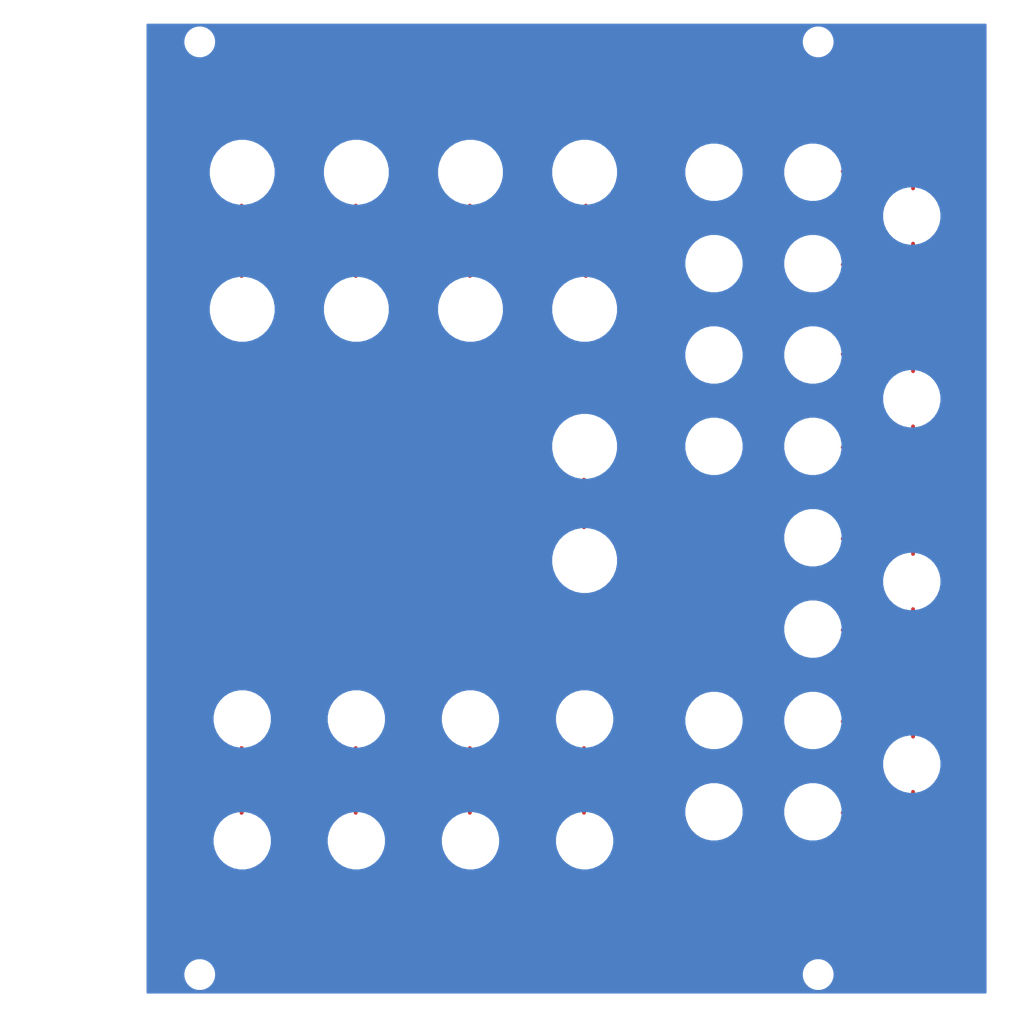
<source format=kicad_pcb>
(kicad_pcb (version 20171130) (host pcbnew 5.1.9+dfsg1-1~bpo10+1)

  (general
    (thickness 1.6)
    (drawings 167)
    (tracks 0)
    (zones 0)
    (modules 0)
    (nets 1)
  )

  (page A4)
  (layers
    (0 F.Cu signal)
    (31 B.Cu signal)
    (32 B.Adhes user)
    (33 F.Adhes user)
    (34 B.Paste user)
    (35 F.Paste user)
    (36 B.SilkS user)
    (37 F.SilkS user)
    (38 B.Mask user)
    (39 F.Mask user)
    (40 Dwgs.User user)
    (41 Cmts.User user)
    (42 Eco1.User user)
    (43 Eco2.User user)
    (44 Edge.Cuts user)
    (45 Margin user)
    (46 B.CrtYd user)
    (47 F.CrtYd user)
    (48 B.Fab user)
    (49 F.Fab user)
  )

  (setup
    (last_trace_width 0.25)
    (trace_clearance 0.2)
    (zone_clearance 0.508)
    (zone_45_only no)
    (trace_min 0.2)
    (via_size 0.8)
    (via_drill 0.4)
    (via_min_size 0.4)
    (via_min_drill 0.3)
    (uvia_size 0.3)
    (uvia_drill 0.1)
    (uvias_allowed no)
    (uvia_min_size 0.2)
    (uvia_min_drill 0.1)
    (edge_width 0.05)
    (segment_width 0.2)
    (pcb_text_width 0.3)
    (pcb_text_size 1.5 1.5)
    (mod_edge_width 0.12)
    (mod_text_size 1 1)
    (mod_text_width 0.15)
    (pad_size 1.524 1.524)
    (pad_drill 0.762)
    (pad_to_mask_clearance 0)
    (aux_axis_origin 0 0)
    (visible_elements FFFFFF7F)
    (pcbplotparams
      (layerselection 0x010fc_ffffffff)
      (usegerberextensions false)
      (usegerberattributes true)
      (usegerberadvancedattributes true)
      (creategerberjobfile true)
      (excludeedgelayer true)
      (linewidth 0.100000)
      (plotframeref false)
      (viasonmask false)
      (mode 1)
      (useauxorigin false)
      (hpglpennumber 1)
      (hpglpenspeed 20)
      (hpglpendiameter 15.000000)
      (psnegative false)
      (psa4output false)
      (plotreference true)
      (plotvalue true)
      (plotinvisibletext false)
      (padsonsilk false)
      (subtractmaskfromsilk false)
      (outputformat 1)
      (mirror false)
      (drillshape 1)
      (scaleselection 1)
      (outputdirectory ""))
  )

  (net 0 "")

  (net_class Default "This is the default net class."
    (clearance 0.2)
    (trace_width 0.25)
    (via_dia 0.8)
    (via_drill 0.4)
    (uvia_dia 0.3)
    (uvia_drill 0.1)
  )

  (gr_text XO106r5 (at 149.5 163.75) (layer F.Cu) (tstamp 60A189C7)
    (effects (font (size 1.5 1.5) (thickness 0.3)))
  )
  (gr_text XO106r5 (at 149.5 163.75) (layer F.Mask) (tstamp 60A189B6)
    (effects (font (size 1.5 1.5) (thickness 0.3)))
  )
  (gr_text 8 (at 141.75 144.75) (layer F.Mask) (tstamp 60A189AB)
    (effects (font (size 1.5 1.5) (thickness 0.3)))
  )
  (gr_text 7 (at 141.75 128.5) (layer F.Mask) (tstamp 60A1895D)
    (effects (font (size 1.5 1.5) (thickness 0.3)))
  )
  (gr_text "6\n" (at 141.75 120.75) (layer F.Mask) (tstamp 60A1894F)
    (effects (font (size 1.5 1.5) (thickness 0.3)))
  )
  (gr_text 5 (at 141.75 104.5) (layer F.Mask) (tstamp 60A1893E)
    (effects (font (size 1.5 1.5) (thickness 0.3)))
  )
  (gr_text "4\n" (at 141.75 96.5) (layer F.Mask) (tstamp 60A1890E)
    (effects (font (size 1.5 1.5) (thickness 0.3)))
  )
  (gr_text "3\n" (at 141.75 80.25) (layer F.Mask) (tstamp 60A1890B)
    (effects (font (size 1.5 1.5) (thickness 0.3)))
  )
  (gr_text 2 (at 141.75 72.75) (layer F.Mask) (tstamp 60A188F9)
    (effects (font (size 1.5 1.5) (thickness 0.3)))
  )
  (gr_text 1 (at 141.75 56.25) (layer F.Mask) (tstamp 60A188E6)
    (effects (font (size 1.5 1.5) (thickness 0.3)))
  )
  (gr_text 7+8 (at 153 136 90) (layer F.Mask) (tstamp 60A187DA)
    (effects (font (size 1.5 1.5) (thickness 0.3)))
  )
  (gr_text "5+6\n" (at 153 112 90) (layer F.Mask) (tstamp 60A187D6)
    (effects (font (size 1.5 1.5) (thickness 0.3)))
  )
  (gr_text 3+4 (at 153 88.25 90) (layer F.Mask) (tstamp 60A187A4)
    (effects (font (size 1.5 1.5) (thickness 0.3)))
  )
  (gr_text 1+2 (at 153 64.25 90) (layer F.Mask) (tstamp 60A1879F)
    (effects (font (size 1.5 1.5) (thickness 0.3)))
  )
  (gr_text 1 (at 113.25 58.5) (layer F.Mask) (tstamp 60A18768)
    (effects (font (size 1.5 1.5) (thickness 0.3)))
  )
  (gr_text "2\n" (at 113.25 70.25) (layer F.Mask) (tstamp 60A1874F)
    (effects (font (size 1.5 1.5) (thickness 0.3)))
  )
  (gr_text 3 (at 113.25 82.5) (layer F.Mask) (tstamp 60A1874B)
    (effects (font (size 1.5 1.5) (thickness 0.3)))
  )
  (gr_text 4 (at 113.25 94.5) (layer F.Mask) (tstamp 60A18748)
    (effects (font (size 1.5 1.5) (thickness 0.3)))
  )
  (gr_line (start 103.5 98.75) (end 103.5 105) (layer F.Cu) (width 0.5) (tstamp 60A18732))
  (gr_line (start 103.5 98.75) (end 103.5 105) (layer F.Mask) (width 0.5) (tstamp 60A18726))
  (gr_text "FILTER CUTOFF" (at 93.25 101.75 90) (layer F.Cu) (tstamp 60A1870A)
    (effects (font (size 1.5 1.5) (thickness 0.375)))
  )
  (gr_text "FILTER CUTOFF" (at 93.25 101.75 90) (layer F.Mask) (tstamp 60A186F4)
    (effects (font (size 1.5 1.5) (thickness 0.375)))
  )
  (gr_text FILTER (at 120.5 123) (layer F.Mask) (tstamp 60A186D4)
    (effects (font (size 1.5 1.5) (thickness 0.375)))
  )
  (gr_text OUT (at 113.75 142.5 90) (layer F.Mask) (tstamp 60A186AC)
    (effects (font (size 1.5 1.5) (thickness 0.375)))
  )
  (gr_text IN (at 113.75 130.25 90) (layer F.Mask) (tstamp 60A186A9)
    (effects (font (size 1.5 1.5) (thickness 0.375)))
  )
  (gr_text 4 (at 113.25 94.5) (layer F.Cu) (tstamp 60A18667)
    (effects (font (size 1.5 1.5) (thickness 0.3)))
  )
  (gr_text 3 (at 113.25 82.5) (layer F.Cu) (tstamp 60A1865B)
    (effects (font (size 1.5 1.5) (thickness 0.3)))
  )
  (gr_line (start 103.5 133.75) (end 103.5 142.25) (layer F.Mask) (width 0.5) (tstamp 60A1862D))
  (gr_line (start 88.5 134) (end 88.5 142.5) (layer F.Mask) (width 0.5) (tstamp 60A1862A))
  (gr_line (start 73.5 134) (end 73.5 142.5) (layer F.Mask) (width 0.5) (tstamp 60A18628))
  (gr_line (start 58.5 134) (end 58.5 142.5) (layer F.Mask) (width 0.5) (tstamp 60A1861F))
  (gr_line (start 58.5 134) (end 58.5 142.5) (layer F.Cu) (width 0.5) (tstamp 60A1861D))
  (gr_line (start 103.5 134) (end 103.5 142.5) (layer F.Cu) (width 0.5) (tstamp 60A18610))
  (gr_line (start 88.5 134) (end 88.5 142.5) (layer F.Cu) (width 0.5) (tstamp 60A1860A))
  (gr_line (start 73.5 134) (end 73.5 142.5) (layer F.Cu) (width 0.5) (tstamp 60A18602))
  (gr_line (start 58.5 134) (end 58.5 142.5) (layer F.Cu) (width 0.5))
  (gr_text FILTER (at 120.5 123) (layer F.Cu)
    (effects (font (size 1.5 1.5) (thickness 0.375)))
  )
  (gr_text OUT (at 113.75 142.5 90) (layer F.Cu) (tstamp 60A18590)
    (effects (font (size 1.5 1.5) (thickness 0.375)))
  )
  (gr_text IN (at 113.75 130.25 90) (layer F.Cu)
    (effects (font (size 1.5 1.5) (thickness 0.375)))
  )
  (gr_text 4 (at 103.75 156.25) (layer F.Cu) (tstamp 60A18521)
    (effects (font (size 3 3) (thickness 0.75)))
  )
  (gr_text "3\n" (at 88.75 156.25) (layer F.Cu) (tstamp 60A1851E)
    (effects (font (size 3 3) (thickness 0.75)))
  )
  (gr_text 2 (at 73.75 156.25) (layer F.Cu) (tstamp 60A1851B)
    (effects (font (size 3 3) (thickness 0.75)))
  )
  (gr_text "1\n" (at 58.75 156.25) (layer F.Cu) (tstamp 60A18516)
    (effects (font (size 3 3) (thickness 0.75)))
  )
  (gr_text "PW IN" (at 48.25 146.25 90) (layer F.Cu) (tstamp 60A184F5)
    (effects (font (size 2 2) (thickness 0.5)))
  )
  (gr_text "CV IN" (at 48.25 130.25 90) (layer F.Cu) (tstamp 60A184F2)
    (effects (font (size 2 2) (thickness 0.5)))
  )
  (gr_text "PW IN" (at 48.25 146.25 90) (layer F.Mask) (tstamp 60A184D2)
    (effects (font (size 2 2) (thickness 0.5)))
  )
  (gr_text "CV IN" (at 48.25 130.25 90) (layer F.Mask) (tstamp 60A184C4)
    (effects (font (size 2 2) (thickness 0.5)))
  )
  (gr_text 4 (at 103.75 156.25) (layer F.Mask) (tstamp 60A1849E)
    (effects (font (size 3 3) (thickness 0.75)))
  )
  (gr_text "3\n" (at 88.75 156.25) (layer F.Mask) (tstamp 60A18499)
    (effects (font (size 3 3) (thickness 0.75)))
  )
  (gr_text 2 (at 73.75 156.25) (layer F.Mask) (tstamp 60A18494)
    (effects (font (size 3 3) (thickness 0.75)))
  )
  (gr_text "1\n" (at 58.75 156.25) (layer F.Mask) (tstamp 60A18487)
    (effects (font (size 3 3) (thickness 0.75)))
  )
  (gr_text 4 (at 103.75 48.5) (layer F.Mask) (tstamp 60A18456)
    (effects (font (size 3 3) (thickness 0.75)))
  )
  (gr_text 3 (at 88.5 48.5) (layer F.Mask) (tstamp 60A183DF)
    (effects (font (size 3 3) (thickness 0.75)))
  )
  (gr_text 2 (at 73.5 48.5) (layer F.Mask) (tstamp 60A183D7)
    (effects (font (size 3 3) (thickness 0.75)))
  )
  (gr_text 1 (at 58.5 48.5) (layer F.Mask) (tstamp 60A183CD)
    (effects (font (size 3 3) (thickness 0.75)))
  )
  (gr_text 4 (at 103.75 48.5) (layer F.Cu) (tstamp 60A1839C)
    (effects (font (size 3 3) (thickness 0.75)))
  )
  (gr_text 3 (at 88.5 48.5) (layer F.Cu) (tstamp 60A18398)
    (effects (font (size 3 3) (thickness 0.75)))
  )
  (gr_text 2 (at 73.5 48.5) (layer F.Cu) (tstamp 60A18395)
    (effects (font (size 3 3) (thickness 0.75)))
  )
  (gr_text 1 (at 58.5 48.5) (layer F.Cu)
    (effects (font (size 3 3) (thickness 0.75)))
  )
  (gr_text "LOGIC\nOUT" (at 146.5 50.5) (layer F.Mask) (tstamp 60A1834F)
    (effects (font (size 1.5 1.5) (thickness 0.3)))
  )
  (gr_text "LOGIC\nIN" (at 133.75 50.5) (layer F.Mask) (tstamp 60A18347)
    (effects (font (size 1.5 1.5) (thickness 0.3)))
  )
  (gr_text "OSC\nOUT" (at 120.5 50.5) (layer F.Mask) (tstamp 60A1833F)
    (effects (font (size 1.5 1.5) (thickness 0.3)))
  )
  (gr_text PW (at 48.25 76.5 90) (layer F.Mask) (tstamp 60A18313)
    (effects (font (size 2 2) (thickness 0.5)))
  )
  (gr_text CV (at 48.25 58.25 90) (layer F.Mask) (tstamp 60A18310)
    (effects (font (size 2 2) (thickness 0.5)))
  )
  (gr_line (start 58.5 62.75) (end 58.5 72) (layer F.Mask) (width 0.5) (tstamp 60A182FB))
  (gr_line (start 73.5 62.75) (end 73.5 72) (layer F.Mask) (width 0.5) (tstamp 60A182F6))
  (gr_line (start 88.5 62.75) (end 88.5 72) (layer F.Mask) (width 0.5) (tstamp 60A182F4))
  (gr_line (start 103.75 62.75) (end 103.75 72) (layer F.Mask) (width 0.5) (tstamp 60A182EA))
  (gr_line (start 103.75 62.75) (end 103.75 72) (layer F.Cu) (width 0.5) (tstamp 60A182E4))
  (gr_line (start 88.5 62.75) (end 88.5 72) (layer F.Cu) (width 0.5) (tstamp 60A182D9))
  (gr_line (start 73.5 62.75) (end 73.5 72) (layer F.Cu) (width 0.5) (tstamp 60A182C7))
  (gr_line (start 58.5 62.75) (end 58.5 72) (layer F.Cu) (width 0.5))
  (gr_text PW (at 48.25 76.5 90) (layer F.Cu) (tstamp 60A18281)
    (effects (font (size 2 2) (thickness 0.5)))
  )
  (gr_text CV (at 48.25 58.25 90) (layer F.Cu)
    (effects (font (size 2 2) (thickness 0.5)))
  )
  (gr_text 8 (at 141.75 144.75) (layer F.Cu) (tstamp 60A1823E)
    (effects (font (size 1.5 1.5) (thickness 0.3)))
  )
  (gr_text 7 (at 141.75 128.5) (layer F.Cu) (tstamp 60A18233)
    (effects (font (size 1.5 1.5) (thickness 0.3)))
  )
  (gr_text "6\n" (at 141.75 120.75) (layer F.Cu) (tstamp 60A18229)
    (effects (font (size 1.5 1.5) (thickness 0.3)))
  )
  (gr_text 5 (at 141.75 104.5) (layer F.Cu) (tstamp 60A18221)
    (effects (font (size 1.5 1.5) (thickness 0.3)))
  )
  (gr_text "4\n" (at 141.75 96.5) (layer F.Cu) (tstamp 60A18218)
    (effects (font (size 1.5 1.5) (thickness 0.3)))
  )
  (gr_text "3\n" (at 141.75 80.25) (layer F.Cu) (tstamp 60A18205)
    (effects (font (size 1.5 1.5) (thickness 0.3)))
  )
  (gr_text 2 (at 141.75 72.75) (layer F.Cu) (tstamp 60A181FE)
    (effects (font (size 1.5 1.5) (thickness 0.3)))
  )
  (gr_text 1 (at 141.75 56.25) (layer F.Cu) (tstamp 60A181F7)
    (effects (font (size 1.5 1.5) (thickness 0.3)))
  )
  (gr_text 7+8 (at 153 136 90) (layer F.Cu) (tstamp 60A1812F)
    (effects (font (size 1.5 1.5) (thickness 0.3)))
  )
  (gr_text "5+6\n" (at 153 112 90) (layer F.Cu) (tstamp 60A18122)
    (effects (font (size 1.5 1.5) (thickness 0.3)))
  )
  (gr_text 3+4 (at 153 88.25 90) (layer F.Cu) (tstamp 60A18114)
    (effects (font (size 1.5 1.5) (thickness 0.3)))
  )
  (gr_text 1+2 (at 153 64.25 90) (layer F.Cu)
    (effects (font (size 1.5 1.5) (thickness 0.3)))
  )
  (gr_line (start 146.75 139.75) (end 146.75 142.5) (layer F.Mask) (width 0.5) (tstamp 60A180B5))
  (gr_line (start 146.75 130.5) (end 146.75 132.5) (layer F.Mask) (width 0.5) (tstamp 60A180AB))
  (gr_line (start 146.75 115.75) (end 146.75 118.5) (layer F.Mask) (width 0.5) (tstamp 60A180A6))
  (gr_line (start 146.75 106.5) (end 146.75 108.5) (layer F.Mask) (width 0.5) (tstamp 60A1809F))
  (gr_line (start 146.75 91.75) (end 146.75 94.5) (layer F.Mask) (width 0.5) (tstamp 60A18099))
  (gr_line (start 146.75 82.25) (end 146.75 84.5) (layer F.Mask) (width 0.5) (tstamp 60A18093))
  (gr_line (start 146.75 67.75) (end 146.75 70.5) (layer F.Mask) (width 0.5) (tstamp 60A1808E))
  (gr_line (start 146.75 58.25) (end 146.75 60.5) (layer F.Mask) (width 0.5) (tstamp 60A18083))
  (gr_line (start 137.5 142.5) (end 146.75 142.5) (layer F.Mask) (width 0.5) (tstamp 60A18013))
  (gr_line (start 137.5 130.5) (end 146.75 130.5) (layer F.Mask) (width 0.5) (tstamp 60A1800B))
  (gr_line (start 137.5 118.5) (end 146.75 118.5) (layer F.Mask) (width 0.5) (tstamp 60A18006))
  (gr_line (start 137.5 106.5) (end 146.75 106.5) (layer F.Mask) (width 0.5) (tstamp 60A17FFF))
  (gr_line (start 137.5 94.5) (end 146.75 94.5) (layer F.Mask) (width 0.5) (tstamp 60A17FF5))
  (gr_line (start 137.5 82.25) (end 146.75 82.25) (layer F.Mask) (width 0.5) (tstamp 60A17FF1))
  (gr_line (start 137.5 70.5) (end 146.75 70.5) (layer F.Mask) (width 0.5) (tstamp 60A17FED))
  (gr_line (start 137.5 58.25) (end 146.75 58.25) (layer F.Mask) (width 0.5) (tstamp 60A17FE5))
  (gr_line (start 146.75 130.5) (end 146.75 132.5) (layer F.Cu) (width 0.5) (tstamp 60A17FCB))
  (gr_line (start 146.75 142.5) (end 146.75 139.75) (layer F.Cu) (width 0.5) (tstamp 60A17FB6))
  (gr_line (start 146.75 118.5) (end 146.75 115.75) (layer F.Cu) (width 0.5) (tstamp 60A17FB0))
  (gr_line (start 146.75 106.5) (end 146.75 108.5) (layer F.Cu) (width 0.5) (tstamp 60A17F9A))
  (gr_line (start 137.5 142.5) (end 146.75 142.5) (layer F.Cu) (width 0.5) (tstamp 60A17F92))
  (gr_line (start 137.5 130.5) (end 146.75 130.5) (layer F.Cu) (width 0.5) (tstamp 60A17F8C))
  (gr_line (start 137.5 118.5) (end 146.75 118.5) (layer F.Cu) (width 0.5) (tstamp 60A17F81))
  (gr_line (start 137.5 106.5) (end 146.75 106.5) (layer F.Cu) (width 0.5) (tstamp 60A17F7C))
  (gr_line (start 146.75 94.5) (end 146.75 91.75) (layer F.Cu) (width 0.5) (tstamp 60A17F6B))
  (gr_line (start 146.75 82.25) (end 146.75 84.5) (layer F.Cu) (width 0.5) (tstamp 60A17F66))
  (gr_line (start 137.5 94.5) (end 146.75 94.5) (layer F.Cu) (width 0.5) (tstamp 60A17F5D))
  (gr_line (start 137.5 82.25) (end 146.75 82.25) (layer F.Cu) (width 0.5) (tstamp 60A17F55))
  (gr_line (start 146.75 70.5) (end 146.75 67.75) (layer F.Cu) (width 0.5))
  (gr_line (start 137.5 70.5) (end 146.75 70.5) (layer F.Cu) (width 0.5))
  (gr_line (start 146.75 58.25) (end 146.75 60.5) (layer F.Cu) (width 0.5))
  (gr_line (start 137.5 58.25) (end 146.75 58.25) (layer F.Cu) (width 0.5))
  (gr_text "2\n" (at 113.25 70.25) (layer F.Cu) (tstamp 60A17EC8)
    (effects (font (size 1.5 1.5) (thickness 0.3)))
  )
  (gr_text 1 (at 113.25 58.5) (layer F.Cu)
    (effects (font (size 1.5 1.5) (thickness 0.3)))
  )
  (gr_text "OSC\nOUT" (at 120.5 50.5) (layer F.Cu)
    (effects (font (size 1.5 1.5) (thickness 0.3)))
  )
  (gr_text "LOGIC\nOUT" (at 146.5 50.5) (layer F.Cu)
    (effects (font (size 1.5 1.5) (thickness 0.3)))
  )
  (gr_text "LOGIC\nIN" (at 133.75 50.5) (layer F.Cu)
    (effects (font (size 1.5 1.5) (thickness 0.3)))
  )
  (gr_circle (center 134.28 163.75) (end 135.78 163.75) (layer Edge.Cuts) (width 0.001))
  (gr_circle (center 120.585 130.375) (end 123.835 130.375) (layer Edge.Cuts) (width 0.001))
  (gr_circle (center 146.585 64.12) (end 149.835 64.12) (layer Edge.Cuts) (width 0.001))
  (gr_circle (center 120.585 82.375) (end 123.835 82.375) (layer Edge.Cuts) (width 0.001))
  (gr_circle (center 133.585 106.375) (end 136.835 106.375) (layer Edge.Cuts) (width 0.001))
  (gr_circle (center 103.585 109.375) (end 107.335 109.375) (layer Edge.Cuts) (width 0.001))
  (gr_circle (center 133.585 70.375) (end 136.835 70.375) (layer Edge.Cuts) (width 0.001))
  (gr_circle (center 146.585 112.12) (end 149.835 112.12) (layer Edge.Cuts) (width 0.001))
  (gr_circle (center 103.585 146.175) (end 106.835 146.175) (layer Edge.Cuts) (width 0.001))
  (gr_circle (center 88.585 58.375) (end 92.335 58.375) (layer Edge.Cuts) (width 0.001))
  (gr_circle (center 88.585 146.175) (end 91.835 146.175) (layer Edge.Cuts) (width 0.001))
  (gr_circle (center 146.585 136.12) (end 149.835 136.12) (layer Edge.Cuts) (width 0.001))
  (gr_circle (center 103.585 130.175) (end 106.835 130.175) (layer Edge.Cuts) (width 0.001))
  (gr_circle (center 120.585 94.375) (end 123.835 94.375) (layer Edge.Cuts) (width 0.001))
  (gr_circle (center 133.585 118.375) (end 136.835 118.375) (layer Edge.Cuts) (width 0.001))
  (gr_circle (center 88.585 76.375) (end 92.335 76.375) (layer Edge.Cuts) (width 0.001))
  (gr_circle (center 133.585 130.375) (end 136.835 130.375) (layer Edge.Cuts) (width 0.001))
  (gr_circle (center 120.585 70.375) (end 123.835 70.375) (layer Edge.Cuts) (width 0.001))
  (gr_circle (center 73.585 76.375) (end 77.335 76.375) (layer Edge.Cuts) (width 0.001))
  (gr_circle (center 133.585 82.375) (end 136.835 82.375) (layer Edge.Cuts) (width 0.001))
  (gr_circle (center 133.585 142.375) (end 136.835 142.375) (layer Edge.Cuts) (width 0.001))
  (gr_circle (center 73.585 58.375) (end 77.335 58.375) (layer Edge.Cuts) (width 0.001))
  (gr_circle (center 58.585 146.175) (end 61.835 146.175) (layer Edge.Cuts) (width 0.001))
  (gr_circle (center 73.585 130.175) (end 76.835 130.175) (layer Edge.Cuts) (width 0.001))
  (gr_circle (center 133.585 58.375) (end 136.835 58.375) (layer Edge.Cuts) (width 0.001))
  (gr_line (start 156.92 166.75) (end 45.5 166.75) (layer Edge.Cuts) (width 0.001))
  (gr_line (start 156.92 38.35) (end 156.92 166.75) (layer Edge.Cuts) (width 0.001))
  (gr_circle (center 58.585 130.175) (end 61.835 130.175) (layer Edge.Cuts) (width 0.001))
  (gr_line (start 45.5 166.75) (end 45.5 38.35) (layer Edge.Cuts) (width 0.001))
  (gr_line (start 45.5 38.35) (end 156.92 38.35) (layer Edge.Cuts) (width 0.001))
  (gr_circle (center 103.585 76.375) (end 107.335 76.375) (layer Edge.Cuts) (width 0.001))
  (gr_circle (center 73.585 146.175) (end 76.835 146.175) (layer Edge.Cuts) (width 0.001))
  (gr_circle (center 120.585 142.375) (end 123.835 142.375) (layer Edge.Cuts) (width 0.001))
  (gr_circle (center 103.585 94.375) (end 107.335 94.375) (layer Edge.Cuts) (width 0.001))
  (gr_circle (center 58.585 76.375) (end 62.335 76.375) (layer Edge.Cuts) (width 0.001))
  (gr_circle (center 133.585 94.375) (end 136.835 94.375) (layer Edge.Cuts) (width 0.001))
  (gr_circle (center 58.585 58.375) (end 62.335 58.375) (layer Edge.Cuts) (width 0.001))
  (gr_circle (center 146.585 88.12) (end 149.835 88.12) (layer Edge.Cuts) (width 0.001))
  (gr_circle (center 103.585 58.375) (end 107.335 58.375) (layer Edge.Cuts) (width 0.001))
  (gr_circle (center 88.585 130.175) (end 91.835 130.175) (layer Edge.Cuts) (width 0.001))
  (gr_circle (center 53 41.25) (end 54.5 41.25) (layer Edge.Cuts) (width 0.001))
  (gr_circle (center 120.585 58.375) (end 123.835 58.375) (layer Edge.Cuts) (width 0.001))
  (gr_circle (center 134.28 41.25) (end 135.78 41.25) (layer Edge.Cuts) (width 0.001))
  (gr_circle (center 53 163.75) (end 54.5 163.75) (layer Edge.Cuts) (width 0.001))

  (zone (net 0) (net_name "") (layer B.Cu) (tstamp 0) (hatch edge 0.508)
    (connect_pads (clearance 0.508))
    (min_thickness 0.254)
    (fill yes (arc_segments 32) (thermal_gap 0.508) (thermal_bridge_width 0.508))
    (polygon
      (pts
        (xy 158.25 170) (xy 42.75 170.25) (xy 26.75 163.5) (xy 43.5 35.75) (xy 159.5 35.75)
      )
    )
    (filled_polygon
      (pts
        (xy 156.284501 166.1145) (xy 46.1355 166.1145) (xy 46.1355 163.538724) (xy 50.854879 163.538724) (xy 50.854879 163.961276)
        (xy 50.937315 164.375709) (xy 51.099019 164.766096) (xy 51.333776 165.117435) (xy 51.632565 165.416224) (xy 51.983904 165.650981)
        (xy 52.374291 165.812685) (xy 52.788724 165.895121) (xy 53.211276 165.895121) (xy 53.625709 165.812685) (xy 54.016096 165.650981)
        (xy 54.367435 165.416224) (xy 54.666224 165.117435) (xy 54.900981 164.766096) (xy 55.062685 164.375709) (xy 55.145121 163.961276)
        (xy 55.145121 163.538724) (xy 132.134879 163.538724) (xy 132.134879 163.961276) (xy 132.217315 164.375709) (xy 132.379019 164.766096)
        (xy 132.613776 165.117435) (xy 132.912565 165.416224) (xy 133.263904 165.650981) (xy 133.654291 165.812685) (xy 134.068724 165.895121)
        (xy 134.491276 165.895121) (xy 134.905709 165.812685) (xy 135.296096 165.650981) (xy 135.647435 165.416224) (xy 135.946224 165.117435)
        (xy 136.180981 164.766096) (xy 136.342685 164.375709) (xy 136.425121 163.961276) (xy 136.425121 163.538724) (xy 136.342685 163.124291)
        (xy 136.180981 162.733904) (xy 135.946224 162.382565) (xy 135.647435 162.083776) (xy 135.296096 161.849019) (xy 134.905709 161.687315)
        (xy 134.491276 161.604879) (xy 134.068724 161.604879) (xy 133.654291 161.687315) (xy 133.263904 161.849019) (xy 132.912565 162.083776)
        (xy 132.613776 162.382565) (xy 132.379019 162.733904) (xy 132.217315 163.124291) (xy 132.134879 163.538724) (xy 55.145121 163.538724)
        (xy 55.062685 163.124291) (xy 54.900981 162.733904) (xy 54.666224 162.382565) (xy 54.367435 162.083776) (xy 54.016096 161.849019)
        (xy 53.625709 161.687315) (xy 53.211276 161.604879) (xy 52.788724 161.604879) (xy 52.374291 161.687315) (xy 51.983904 161.849019)
        (xy 51.632565 162.083776) (xy 51.333776 162.382565) (xy 51.099019 162.733904) (xy 50.937315 163.124291) (xy 50.854879 163.538724)
        (xy 46.1355 163.538724) (xy 46.1355 145.792194) (xy 54.698306 145.792194) (xy 54.698306 146.557806) (xy 54.84767 147.308707)
        (xy 55.140657 148.01604) (xy 55.566008 148.652623) (xy 56.107377 149.193992) (xy 56.74396 149.619343) (xy 57.451293 149.91233)
        (xy 58.202194 150.061694) (xy 58.967806 150.061694) (xy 59.718707 149.91233) (xy 60.42604 149.619343) (xy 61.062623 149.193992)
        (xy 61.603992 148.652623) (xy 62.029343 148.01604) (xy 62.32233 147.308707) (xy 62.471694 146.557806) (xy 62.471694 145.792194)
        (xy 69.698306 145.792194) (xy 69.698306 146.557806) (xy 69.84767 147.308707) (xy 70.140657 148.01604) (xy 70.566008 148.652623)
        (xy 71.107377 149.193992) (xy 71.74396 149.619343) (xy 72.451293 149.91233) (xy 73.202194 150.061694) (xy 73.967806 150.061694)
        (xy 74.718707 149.91233) (xy 75.42604 149.619343) (xy 76.062623 149.193992) (xy 76.603992 148.652623) (xy 77.029343 148.01604)
        (xy 77.32233 147.308707) (xy 77.471694 146.557806) (xy 77.471694 145.792194) (xy 84.698306 145.792194) (xy 84.698306 146.557806)
        (xy 84.84767 147.308707) (xy 85.140657 148.01604) (xy 85.566008 148.652623) (xy 86.107377 149.193992) (xy 86.74396 149.619343)
        (xy 87.451293 149.91233) (xy 88.202194 150.061694) (xy 88.967806 150.061694) (xy 89.718707 149.91233) (xy 90.42604 149.619343)
        (xy 91.062623 149.193992) (xy 91.603992 148.652623) (xy 92.029343 148.01604) (xy 92.32233 147.308707) (xy 92.471694 146.557806)
        (xy 92.471694 145.792194) (xy 99.698306 145.792194) (xy 99.698306 146.557806) (xy 99.84767 147.308707) (xy 100.140657 148.01604)
        (xy 100.566008 148.652623) (xy 101.107377 149.193992) (xy 101.74396 149.619343) (xy 102.451293 149.91233) (xy 103.202194 150.061694)
        (xy 103.967806 150.061694) (xy 104.718707 149.91233) (xy 105.42604 149.619343) (xy 106.062623 149.193992) (xy 106.603992 148.652623)
        (xy 107.029343 148.01604) (xy 107.32233 147.308707) (xy 107.471694 146.557806) (xy 107.471694 145.792194) (xy 107.32233 145.041293)
        (xy 107.029343 144.33396) (xy 106.603992 143.697377) (xy 106.062623 143.156008) (xy 105.42604 142.730657) (xy 104.718707 142.43767)
        (xy 103.967806 142.288306) (xy 103.202194 142.288306) (xy 102.451293 142.43767) (xy 101.74396 142.730657) (xy 101.107377 143.156008)
        (xy 100.566008 143.697377) (xy 100.140657 144.33396) (xy 99.84767 145.041293) (xy 99.698306 145.792194) (xy 92.471694 145.792194)
        (xy 92.32233 145.041293) (xy 92.029343 144.33396) (xy 91.603992 143.697377) (xy 91.062623 143.156008) (xy 90.42604 142.730657)
        (xy 89.718707 142.43767) (xy 88.967806 142.288306) (xy 88.202194 142.288306) (xy 87.451293 142.43767) (xy 86.74396 142.730657)
        (xy 86.107377 143.156008) (xy 85.566008 143.697377) (xy 85.140657 144.33396) (xy 84.84767 145.041293) (xy 84.698306 145.792194)
        (xy 77.471694 145.792194) (xy 77.32233 145.041293) (xy 77.029343 144.33396) (xy 76.603992 143.697377) (xy 76.062623 143.156008)
        (xy 75.42604 142.730657) (xy 74.718707 142.43767) (xy 73.967806 142.288306) (xy 73.202194 142.288306) (xy 72.451293 142.43767)
        (xy 71.74396 142.730657) (xy 71.107377 143.156008) (xy 70.566008 143.697377) (xy 70.140657 144.33396) (xy 69.84767 145.041293)
        (xy 69.698306 145.792194) (xy 62.471694 145.792194) (xy 62.32233 145.041293) (xy 62.029343 144.33396) (xy 61.603992 143.697377)
        (xy 61.062623 143.156008) (xy 60.42604 142.730657) (xy 59.718707 142.43767) (xy 58.967806 142.288306) (xy 58.202194 142.288306)
        (xy 57.451293 142.43767) (xy 56.74396 142.730657) (xy 56.107377 143.156008) (xy 55.566008 143.697377) (xy 55.140657 144.33396)
        (xy 54.84767 145.041293) (xy 54.698306 145.792194) (xy 46.1355 145.792194) (xy 46.1355 141.992194) (xy 116.698306 141.992194)
        (xy 116.698306 142.757806) (xy 116.84767 143.508707) (xy 117.140657 144.21604) (xy 117.566008 144.852623) (xy 118.107377 145.393992)
        (xy 118.74396 145.819343) (xy 119.451293 146.11233) (xy 120.202194 146.261694) (xy 120.967806 146.261694) (xy 121.718707 146.11233)
        (xy 122.42604 145.819343) (xy 123.062623 145.393992) (xy 123.603992 144.852623) (xy 124.029343 144.21604) (xy 124.32233 143.508707)
        (xy 124.471694 142.757806) (xy 124.471694 141.992194) (xy 129.698306 141.992194) (xy 129.698306 142.757806) (xy 129.84767 143.508707)
        (xy 130.140657 144.21604) (xy 130.566008 144.852623) (xy 131.107377 145.393992) (xy 131.74396 145.819343) (xy 132.451293 146.11233)
        (xy 133.202194 146.261694) (xy 133.967806 146.261694) (xy 134.718707 146.11233) (xy 135.42604 145.819343) (xy 136.062623 145.393992)
        (xy 136.603992 144.852623) (xy 137.029343 144.21604) (xy 137.32233 143.508707) (xy 137.471694 142.757806) (xy 137.471694 141.992194)
        (xy 137.32233 141.241293) (xy 137.029343 140.53396) (xy 136.603992 139.897377) (xy 136.062623 139.356008) (xy 135.42604 138.930657)
        (xy 134.718707 138.63767) (xy 133.967806 138.488306) (xy 133.202194 138.488306) (xy 132.451293 138.63767) (xy 131.74396 138.930657)
        (xy 131.107377 139.356008) (xy 130.566008 139.897377) (xy 130.140657 140.53396) (xy 129.84767 141.241293) (xy 129.698306 141.992194)
        (xy 124.471694 141.992194) (xy 124.32233 141.241293) (xy 124.029343 140.53396) (xy 123.603992 139.897377) (xy 123.062623 139.356008)
        (xy 122.42604 138.930657) (xy 121.718707 138.63767) (xy 120.967806 138.488306) (xy 120.202194 138.488306) (xy 119.451293 138.63767)
        (xy 118.74396 138.930657) (xy 118.107377 139.356008) (xy 117.566008 139.897377) (xy 117.140657 140.53396) (xy 116.84767 141.241293)
        (xy 116.698306 141.992194) (xy 46.1355 141.992194) (xy 46.1355 135.737194) (xy 142.698306 135.737194) (xy 142.698306 136.502806)
        (xy 142.84767 137.253707) (xy 143.140657 137.96104) (xy 143.566008 138.597623) (xy 144.107377 139.138992) (xy 144.74396 139.564343)
        (xy 145.451293 139.85733) (xy 146.202194 140.006694) (xy 146.967806 140.006694) (xy 147.718707 139.85733) (xy 148.42604 139.564343)
        (xy 149.062623 139.138992) (xy 149.603992 138.597623) (xy 150.029343 137.96104) (xy 150.32233 137.253707) (xy 150.471694 136.502806)
        (xy 150.471694 135.737194) (xy 150.32233 134.986293) (xy 150.029343 134.27896) (xy 149.603992 133.642377) (xy 149.062623 133.101008)
        (xy 148.42604 132.675657) (xy 147.718707 132.38267) (xy 146.967806 132.233306) (xy 146.202194 132.233306) (xy 145.451293 132.38267)
        (xy 144.74396 132.675657) (xy 144.107377 133.101008) (xy 143.566008 133.642377) (xy 143.140657 134.27896) (xy 142.84767 134.986293)
        (xy 142.698306 135.737194) (xy 46.1355 135.737194) (xy 46.1355 129.792194) (xy 54.698306 129.792194) (xy 54.698306 130.557806)
        (xy 54.84767 131.308707) (xy 55.140657 132.01604) (xy 55.566008 132.652623) (xy 56.107377 133.193992) (xy 56.74396 133.619343)
        (xy 57.451293 133.91233) (xy 58.202194 134.061694) (xy 58.967806 134.061694) (xy 59.718707 133.91233) (xy 60.42604 133.619343)
        (xy 61.062623 133.193992) (xy 61.603992 132.652623) (xy 62.029343 132.01604) (xy 62.32233 131.308707) (xy 62.471694 130.557806)
        (xy 62.471694 129.792194) (xy 69.698306 129.792194) (xy 69.698306 130.557806) (xy 69.84767 131.308707) (xy 70.140657 132.01604)
        (xy 70.566008 132.652623) (xy 71.107377 133.193992) (xy 71.74396 133.619343) (xy 72.451293 133.91233) (xy 73.202194 134.061694)
        (xy 73.967806 134.061694) (xy 74.718707 133.91233) (xy 75.42604 133.619343) (xy 76.062623 133.193992) (xy 76.603992 132.652623)
        (xy 77.029343 132.01604) (xy 77.32233 131.308707) (xy 77.471694 130.557806) (xy 77.471694 129.792194) (xy 84.698306 129.792194)
        (xy 84.698306 130.557806) (xy 84.84767 131.308707) (xy 85.140657 132.01604) (xy 85.566008 132.652623) (xy 86.107377 133.193992)
        (xy 86.74396 133.619343) (xy 87.451293 133.91233) (xy 88.202194 134.061694) (xy 88.967806 134.061694) (xy 89.718707 133.91233)
        (xy 90.42604 133.619343) (xy 91.062623 133.193992) (xy 91.603992 132.652623) (xy 92.029343 132.01604) (xy 92.32233 131.308707)
        (xy 92.471694 130.557806) (xy 92.471694 129.792194) (xy 99.698306 129.792194) (xy 99.698306 130.557806) (xy 99.84767 131.308707)
        (xy 100.140657 132.01604) (xy 100.566008 132.652623) (xy 101.107377 133.193992) (xy 101.74396 133.619343) (xy 102.451293 133.91233)
        (xy 103.202194 134.061694) (xy 103.967806 134.061694) (xy 104.718707 133.91233) (xy 105.42604 133.619343) (xy 106.062623 133.193992)
        (xy 106.603992 132.652623) (xy 107.029343 132.01604) (xy 107.32233 131.308707) (xy 107.471694 130.557806) (xy 107.471694 129.992194)
        (xy 116.698306 129.992194) (xy 116.698306 130.757806) (xy 116.84767 131.508707) (xy 117.140657 132.21604) (xy 117.566008 132.852623)
        (xy 118.107377 133.393992) (xy 118.74396 133.819343) (xy 119.451293 134.11233) (xy 120.202194 134.261694) (xy 120.967806 134.261694)
        (xy 121.718707 134.11233) (xy 122.42604 133.819343) (xy 123.062623 133.393992) (xy 123.603992 132.852623) (xy 124.029343 132.21604)
        (xy 124.32233 131.508707) (xy 124.471694 130.757806) (xy 124.471694 129.992194) (xy 129.698306 129.992194) (xy 129.698306 130.757806)
        (xy 129.84767 131.508707) (xy 130.140657 132.21604) (xy 130.566008 132.852623) (xy 131.107377 133.393992) (xy 131.74396 133.819343)
        (xy 132.451293 134.11233) (xy 133.202194 134.261694) (xy 133.967806 134.261694) (xy 134.718707 134.11233) (xy 135.42604 133.819343)
        (xy 136.062623 133.393992) (xy 136.603992 132.852623) (xy 137.029343 132.21604) (xy 137.32233 131.508707) (xy 137.471694 130.757806)
        (xy 137.471694 129.992194) (xy 137.32233 129.241293) (xy 137.029343 128.53396) (xy 136.603992 127.897377) (xy 136.062623 127.356008)
        (xy 135.42604 126.930657) (xy 134.718707 126.63767) (xy 133.967806 126.488306) (xy 133.202194 126.488306) (xy 132.451293 126.63767)
        (xy 131.74396 126.930657) (xy 131.107377 127.356008) (xy 130.566008 127.897377) (xy 130.140657 128.53396) (xy 129.84767 129.241293)
        (xy 129.698306 129.992194) (xy 124.471694 129.992194) (xy 124.32233 129.241293) (xy 124.029343 128.53396) (xy 123.603992 127.897377)
        (xy 123.062623 127.356008) (xy 122.42604 126.930657) (xy 121.718707 126.63767) (xy 120.967806 126.488306) (xy 120.202194 126.488306)
        (xy 119.451293 126.63767) (xy 118.74396 126.930657) (xy 118.107377 127.356008) (xy 117.566008 127.897377) (xy 117.140657 128.53396)
        (xy 116.84767 129.241293) (xy 116.698306 129.992194) (xy 107.471694 129.992194) (xy 107.471694 129.792194) (xy 107.32233 129.041293)
        (xy 107.029343 128.33396) (xy 106.603992 127.697377) (xy 106.062623 127.156008) (xy 105.42604 126.730657) (xy 104.718707 126.43767)
        (xy 103.967806 126.288306) (xy 103.202194 126.288306) (xy 102.451293 126.43767) (xy 101.74396 126.730657) (xy 101.107377 127.156008)
        (xy 100.566008 127.697377) (xy 100.140657 128.33396) (xy 99.84767 129.041293) (xy 99.698306 129.792194) (xy 92.471694 129.792194)
        (xy 92.32233 129.041293) (xy 92.029343 128.33396) (xy 91.603992 127.697377) (xy 91.062623 127.156008) (xy 90.42604 126.730657)
        (xy 89.718707 126.43767) (xy 88.967806 126.288306) (xy 88.202194 126.288306) (xy 87.451293 126.43767) (xy 86.74396 126.730657)
        (xy 86.107377 127.156008) (xy 85.566008 127.697377) (xy 85.140657 128.33396) (xy 84.84767 129.041293) (xy 84.698306 129.792194)
        (xy 77.471694 129.792194) (xy 77.32233 129.041293) (xy 77.029343 128.33396) (xy 76.603992 127.697377) (xy 76.062623 127.156008)
        (xy 75.42604 126.730657) (xy 74.718707 126.43767) (xy 73.967806 126.288306) (xy 73.202194 126.288306) (xy 72.451293 126.43767)
        (xy 71.74396 126.730657) (xy 71.107377 127.156008) (xy 70.566008 127.697377) (xy 70.140657 128.33396) (xy 69.84767 129.041293)
        (xy 69.698306 129.792194) (xy 62.471694 129.792194) (xy 62.32233 129.041293) (xy 62.029343 128.33396) (xy 61.603992 127.697377)
        (xy 61.062623 127.156008) (xy 60.42604 126.730657) (xy 59.718707 126.43767) (xy 58.967806 126.288306) (xy 58.202194 126.288306)
        (xy 57.451293 126.43767) (xy 56.74396 126.730657) (xy 56.107377 127.156008) (xy 55.566008 127.697377) (xy 55.140657 128.33396)
        (xy 54.84767 129.041293) (xy 54.698306 129.792194) (xy 46.1355 129.792194) (xy 46.1355 117.992194) (xy 129.698306 117.992194)
        (xy 129.698306 118.757806) (xy 129.84767 119.508707) (xy 130.140657 120.21604) (xy 130.566008 120.852623) (xy 131.107377 121.393992)
        (xy 131.74396 121.819343) (xy 132.451293 122.11233) (xy 133.202194 122.261694) (xy 133.967806 122.261694) (xy 134.718707 122.11233)
        (xy 135.42604 121.819343) (xy 136.062623 121.393992) (xy 136.603992 120.852623) (xy 137.029343 120.21604) (xy 137.32233 119.508707)
        (xy 137.471694 118.757806) (xy 137.471694 117.992194) (xy 137.32233 117.241293) (xy 137.029343 116.53396) (xy 136.603992 115.897377)
        (xy 136.062623 115.356008) (xy 135.42604 114.930657) (xy 134.718707 114.63767) (xy 133.967806 114.488306) (xy 133.202194 114.488306)
        (xy 132.451293 114.63767) (xy 131.74396 114.930657) (xy 131.107377 115.356008) (xy 130.566008 115.897377) (xy 130.140657 116.53396)
        (xy 129.84767 117.241293) (xy 129.698306 117.992194) (xy 46.1355 117.992194) (xy 46.1355 108.943185) (xy 99.200714 108.943185)
        (xy 99.200714 109.806815) (xy 99.369199 110.653849) (xy 99.699696 111.451738) (xy 100.179502 112.16982) (xy 100.79018 112.780498)
        (xy 101.508262 113.260304) (xy 102.306151 113.590801) (xy 103.153185 113.759286) (xy 104.016815 113.759286) (xy 104.863849 113.590801)
        (xy 105.661738 113.260304) (xy 106.37982 112.780498) (xy 106.990498 112.16982) (xy 107.279568 111.737194) (xy 142.698306 111.737194)
        (xy 142.698306 112.502806) (xy 142.84767 113.253707) (xy 143.140657 113.96104) (xy 143.566008 114.597623) (xy 144.107377 115.138992)
        (xy 144.74396 115.564343) (xy 145.451293 115.85733) (xy 146.202194 116.006694) (xy 146.967806 116.006694) (xy 147.718707 115.85733)
        (xy 148.42604 115.564343) (xy 149.062623 115.138992) (xy 149.603992 114.597623) (xy 150.029343 113.96104) (xy 150.32233 113.253707)
        (xy 150.471694 112.502806) (xy 150.471694 111.737194) (xy 150.32233 110.986293) (xy 150.029343 110.27896) (xy 149.603992 109.642377)
        (xy 149.062623 109.101008) (xy 148.42604 108.675657) (xy 147.718707 108.38267) (xy 146.967806 108.233306) (xy 146.202194 108.233306)
        (xy 145.451293 108.38267) (xy 144.74396 108.675657) (xy 144.107377 109.101008) (xy 143.566008 109.642377) (xy 143.140657 110.27896)
        (xy 142.84767 110.986293) (xy 142.698306 111.737194) (xy 107.279568 111.737194) (xy 107.470304 111.451738) (xy 107.800801 110.653849)
        (xy 107.969286 109.806815) (xy 107.969286 108.943185) (xy 107.800801 108.096151) (xy 107.470304 107.298262) (xy 106.990498 106.58018)
        (xy 106.402512 105.992194) (xy 129.698306 105.992194) (xy 129.698306 106.757806) (xy 129.84767 107.508707) (xy 130.140657 108.21604)
        (xy 130.566008 108.852623) (xy 131.107377 109.393992) (xy 131.74396 109.819343) (xy 132.451293 110.11233) (xy 133.202194 110.261694)
        (xy 133.967806 110.261694) (xy 134.718707 110.11233) (xy 135.42604 109.819343) (xy 136.062623 109.393992) (xy 136.603992 108.852623)
        (xy 137.029343 108.21604) (xy 137.32233 107.508707) (xy 137.471694 106.757806) (xy 137.471694 105.992194) (xy 137.32233 105.241293)
        (xy 137.029343 104.53396) (xy 136.603992 103.897377) (xy 136.062623 103.356008) (xy 135.42604 102.930657) (xy 134.718707 102.63767)
        (xy 133.967806 102.488306) (xy 133.202194 102.488306) (xy 132.451293 102.63767) (xy 131.74396 102.930657) (xy 131.107377 103.356008)
        (xy 130.566008 103.897377) (xy 130.140657 104.53396) (xy 129.84767 105.241293) (xy 129.698306 105.992194) (xy 106.402512 105.992194)
        (xy 106.37982 105.969502) (xy 105.661738 105.489696) (xy 104.863849 105.159199) (xy 104.016815 104.990714) (xy 103.153185 104.990714)
        (xy 102.306151 105.159199) (xy 101.508262 105.489696) (xy 100.79018 105.969502) (xy 100.179502 106.58018) (xy 99.699696 107.298262)
        (xy 99.369199 108.096151) (xy 99.200714 108.943185) (xy 46.1355 108.943185) (xy 46.1355 93.943185) (xy 99.200714 93.943185)
        (xy 99.200714 94.806815) (xy 99.369199 95.653849) (xy 99.699696 96.451738) (xy 100.179502 97.16982) (xy 100.79018 97.780498)
        (xy 101.508262 98.260304) (xy 102.306151 98.590801) (xy 103.153185 98.759286) (xy 104.016815 98.759286) (xy 104.863849 98.590801)
        (xy 105.661738 98.260304) (xy 106.37982 97.780498) (xy 106.990498 97.16982) (xy 107.470304 96.451738) (xy 107.800801 95.653849)
        (xy 107.969286 94.806815) (xy 107.969286 93.992194) (xy 116.698306 93.992194) (xy 116.698306 94.757806) (xy 116.84767 95.508707)
        (xy 117.140657 96.21604) (xy 117.566008 96.852623) (xy 118.107377 97.393992) (xy 118.74396 97.819343) (xy 119.451293 98.11233)
        (xy 120.202194 98.261694) (xy 120.967806 98.261694) (xy 121.718707 98.11233) (xy 122.42604 97.819343) (xy 123.062623 97.393992)
        (xy 123.603992 96.852623) (xy 124.029343 96.21604) (xy 124.32233 95.508707) (xy 124.471694 94.757806) (xy 124.471694 93.992194)
        (xy 129.698306 93.992194) (xy 129.698306 94.757806) (xy 129.84767 95.508707) (xy 130.140657 96.21604) (xy 130.566008 96.852623)
        (xy 131.107377 97.393992) (xy 131.74396 97.819343) (xy 132.451293 98.11233) (xy 133.202194 98.261694) (xy 133.967806 98.261694)
        (xy 134.718707 98.11233) (xy 135.42604 97.819343) (xy 136.062623 97.393992) (xy 136.603992 96.852623) (xy 137.029343 96.21604)
        (xy 137.32233 95.508707) (xy 137.471694 94.757806) (xy 137.471694 93.992194) (xy 137.32233 93.241293) (xy 137.029343 92.53396)
        (xy 136.603992 91.897377) (xy 136.062623 91.356008) (xy 135.42604 90.930657) (xy 134.718707 90.63767) (xy 133.967806 90.488306)
        (xy 133.202194 90.488306) (xy 132.451293 90.63767) (xy 131.74396 90.930657) (xy 131.107377 91.356008) (xy 130.566008 91.897377)
        (xy 130.140657 92.53396) (xy 129.84767 93.241293) (xy 129.698306 93.992194) (xy 124.471694 93.992194) (xy 124.32233 93.241293)
        (xy 124.029343 92.53396) (xy 123.603992 91.897377) (xy 123.062623 91.356008) (xy 122.42604 90.930657) (xy 121.718707 90.63767)
        (xy 120.967806 90.488306) (xy 120.202194 90.488306) (xy 119.451293 90.63767) (xy 118.74396 90.930657) (xy 118.107377 91.356008)
        (xy 117.566008 91.897377) (xy 117.140657 92.53396) (xy 116.84767 93.241293) (xy 116.698306 93.992194) (xy 107.969286 93.992194)
        (xy 107.969286 93.943185) (xy 107.800801 93.096151) (xy 107.470304 92.298262) (xy 106.990498 91.58018) (xy 106.37982 90.969502)
        (xy 105.661738 90.489696) (xy 104.863849 90.159199) (xy 104.016815 89.990714) (xy 103.153185 89.990714) (xy 102.306151 90.159199)
        (xy 101.508262 90.489696) (xy 100.79018 90.969502) (xy 100.179502 91.58018) (xy 99.699696 92.298262) (xy 99.369199 93.096151)
        (xy 99.200714 93.943185) (xy 46.1355 93.943185) (xy 46.1355 87.737194) (xy 142.698306 87.737194) (xy 142.698306 88.502806)
        (xy 142.84767 89.253707) (xy 143.140657 89.96104) (xy 143.566008 90.597623) (xy 144.107377 91.138992) (xy 144.74396 91.564343)
        (xy 145.451293 91.85733) (xy 146.202194 92.006694) (xy 146.967806 92.006694) (xy 147.718707 91.85733) (xy 148.42604 91.564343)
        (xy 149.062623 91.138992) (xy 149.603992 90.597623) (xy 150.029343 89.96104) (xy 150.32233 89.253707) (xy 150.471694 88.502806)
        (xy 150.471694 87.737194) (xy 150.32233 86.986293) (xy 150.029343 86.27896) (xy 149.603992 85.642377) (xy 149.062623 85.101008)
        (xy 148.42604 84.675657) (xy 147.718707 84.38267) (xy 146.967806 84.233306) (xy 146.202194 84.233306) (xy 145.451293 84.38267)
        (xy 144.74396 84.675657) (xy 144.107377 85.101008) (xy 143.566008 85.642377) (xy 143.140657 86.27896) (xy 142.84767 86.986293)
        (xy 142.698306 87.737194) (xy 46.1355 87.737194) (xy 46.1355 81.992194) (xy 116.698306 81.992194) (xy 116.698306 82.757806)
        (xy 116.84767 83.508707) (xy 117.140657 84.21604) (xy 117.566008 84.852623) (xy 118.107377 85.393992) (xy 118.74396 85.819343)
        (xy 119.451293 86.11233) (xy 120.202194 86.261694) (xy 120.967806 86.261694) (xy 121.718707 86.11233) (xy 122.42604 85.819343)
        (xy 123.062623 85.393992) (xy 123.603992 84.852623) (xy 124.029343 84.21604) (xy 124.32233 83.508707) (xy 124.471694 82.757806)
        (xy 124.471694 81.992194) (xy 129.698306 81.992194) (xy 129.698306 82.757806) (xy 129.84767 83.508707) (xy 130.140657 84.21604)
        (xy 130.566008 84.852623) (xy 131.107377 85.393992) (xy 131.74396 85.819343) (xy 132.451293 86.11233) (xy 133.202194 86.261694)
        (xy 133.967806 86.261694) (xy 134.718707 86.11233) (xy 135.42604 85.819343) (xy 136.062623 85.393992) (xy 136.603992 84.852623)
        (xy 137.029343 84.21604) (xy 137.32233 83.508707) (xy 137.471694 82.757806) (xy 137.471694 81.992194) (xy 137.32233 81.241293)
        (xy 137.029343 80.53396) (xy 136.603992 79.897377) (xy 136.062623 79.356008) (xy 135.42604 78.930657) (xy 134.718707 78.63767)
        (xy 133.967806 78.488306) (xy 133.202194 78.488306) (xy 132.451293 78.63767) (xy 131.74396 78.930657) (xy 131.107377 79.356008)
        (xy 130.566008 79.897377) (xy 130.140657 80.53396) (xy 129.84767 81.241293) (xy 129.698306 81.992194) (xy 124.471694 81.992194)
        (xy 124.32233 81.241293) (xy 124.029343 80.53396) (xy 123.603992 79.897377) (xy 123.062623 79.356008) (xy 122.42604 78.930657)
        (xy 121.718707 78.63767) (xy 120.967806 78.488306) (xy 120.202194 78.488306) (xy 119.451293 78.63767) (xy 118.74396 78.930657)
        (xy 118.107377 79.356008) (xy 117.566008 79.897377) (xy 117.140657 80.53396) (xy 116.84767 81.241293) (xy 116.698306 81.992194)
        (xy 46.1355 81.992194) (xy 46.1355 75.943185) (xy 54.200714 75.943185) (xy 54.200714 76.806815) (xy 54.369199 77.653849)
        (xy 54.699696 78.451738) (xy 55.179502 79.16982) (xy 55.79018 79.780498) (xy 56.508262 80.260304) (xy 57.306151 80.590801)
        (xy 58.153185 80.759286) (xy 59.016815 80.759286) (xy 59.863849 80.590801) (xy 60.661738 80.260304) (xy 61.37982 79.780498)
        (xy 61.990498 79.16982) (xy 62.470304 78.451738) (xy 62.800801 77.653849) (xy 62.969286 76.806815) (xy 62.969286 75.943185)
        (xy 69.200714 75.943185) (xy 69.200714 76.806815) (xy 69.369199 77.653849) (xy 69.699696 78.451738) (xy 70.179502 79.16982)
        (xy 70.79018 79.780498) (xy 71.508262 80.260304) (xy 72.306151 80.590801) (xy 73.153185 80.759286) (xy 74.016815 80.759286)
        (xy 74.863849 80.590801) (xy 75.661738 80.260304) (xy 76.37982 79.780498) (xy 76.990498 79.16982) (xy 77.470304 78.451738)
        (xy 77.800801 77.653849) (xy 77.969286 76.806815) (xy 77.969286 75.943185) (xy 84.200714 75.943185) (xy 84.200714 76.806815)
        (xy 84.369199 77.653849) (xy 84.699696 78.451738) (xy 85.179502 79.16982) (xy 85.79018 79.780498) (xy 86.508262 80.260304)
        (xy 87.306151 80.590801) (xy 88.153185 80.759286) (xy 89.016815 80.759286) (xy 89.863849 80.590801) (xy 90.661738 80.260304)
        (xy 91.37982 79.780498) (xy 91.990498 79.16982) (xy 92.470304 78.451738) (xy 92.800801 77.653849) (xy 92.969286 76.806815)
        (xy 92.969286 75.943185) (xy 99.200714 75.943185) (xy 99.200714 76.806815) (xy 99.369199 77.653849) (xy 99.699696 78.451738)
        (xy 100.179502 79.16982) (xy 100.79018 79.780498) (xy 101.508262 80.260304) (xy 102.306151 80.590801) (xy 103.153185 80.759286)
        (xy 104.016815 80.759286) (xy 104.863849 80.590801) (xy 105.661738 80.260304) (xy 106.37982 79.780498) (xy 106.990498 79.16982)
        (xy 107.470304 78.451738) (xy 107.800801 77.653849) (xy 107.969286 76.806815) (xy 107.969286 75.943185) (xy 107.800801 75.096151)
        (xy 107.470304 74.298262) (xy 106.990498 73.58018) (xy 106.37982 72.969502) (xy 105.661738 72.489696) (xy 104.863849 72.159199)
        (xy 104.016815 71.990714) (xy 103.153185 71.990714) (xy 102.306151 72.159199) (xy 101.508262 72.489696) (xy 100.79018 72.969502)
        (xy 100.179502 73.58018) (xy 99.699696 74.298262) (xy 99.369199 75.096151) (xy 99.200714 75.943185) (xy 92.969286 75.943185)
        (xy 92.800801 75.096151) (xy 92.470304 74.298262) (xy 91.990498 73.58018) (xy 91.37982 72.969502) (xy 90.661738 72.489696)
        (xy 89.863849 72.159199) (xy 89.016815 71.990714) (xy 88.153185 71.990714) (xy 87.306151 72.159199) (xy 86.508262 72.489696)
        (xy 85.79018 72.969502) (xy 85.179502 73.58018) (xy 84.699696 74.298262) (xy 84.369199 75.096151) (xy 84.200714 75.943185)
        (xy 77.969286 75.943185) (xy 77.800801 75.096151) (xy 77.470304 74.298262) (xy 76.990498 73.58018) (xy 76.37982 72.969502)
        (xy 75.661738 72.489696) (xy 74.863849 72.159199) (xy 74.016815 71.990714) (xy 73.153185 71.990714) (xy 72.306151 72.159199)
        (xy 71.508262 72.489696) (xy 70.79018 72.969502) (xy 70.179502 73.58018) (xy 69.699696 74.298262) (xy 69.369199 75.096151)
        (xy 69.200714 75.943185) (xy 62.969286 75.943185) (xy 62.800801 75.096151) (xy 62.470304 74.298262) (xy 61.990498 73.58018)
        (xy 61.37982 72.969502) (xy 60.661738 72.489696) (xy 59.863849 72.159199) (xy 59.016815 71.990714) (xy 58.153185 71.990714)
        (xy 57.306151 72.159199) (xy 56.508262 72.489696) (xy 55.79018 72.969502) (xy 55.179502 73.58018) (xy 54.699696 74.298262)
        (xy 54.369199 75.096151) (xy 54.200714 75.943185) (xy 46.1355 75.943185) (xy 46.1355 69.992194) (xy 116.698306 69.992194)
        (xy 116.698306 70.757806) (xy 116.84767 71.508707) (xy 117.140657 72.21604) (xy 117.566008 72.852623) (xy 118.107377 73.393992)
        (xy 118.74396 73.819343) (xy 119.451293 74.11233) (xy 120.202194 74.261694) (xy 120.967806 74.261694) (xy 121.718707 74.11233)
        (xy 122.42604 73.819343) (xy 123.062623 73.393992) (xy 123.603992 72.852623) (xy 124.029343 72.21604) (xy 124.32233 71.508707)
        (xy 124.471694 70.757806) (xy 124.471694 69.992194) (xy 129.698306 69.992194) (xy 129.698306 70.757806) (xy 129.84767 71.508707)
        (xy 130.140657 72.21604) (xy 130.566008 72.852623) (xy 131.107377 73.393992) (xy 131.74396 73.819343) (xy 132.451293 74.11233)
        (xy 133.202194 74.261694) (xy 133.967806 74.261694) (xy 134.718707 74.11233) (xy 135.42604 73.819343) (xy 136.062623 73.393992)
        (xy 136.603992 72.852623) (xy 137.029343 72.21604) (xy 137.32233 71.508707) (xy 137.471694 70.757806) (xy 137.471694 69.992194)
        (xy 137.32233 69.241293) (xy 137.029343 68.53396) (xy 136.603992 67.897377) (xy 136.062623 67.356008) (xy 135.42604 66.930657)
        (xy 134.718707 66.63767) (xy 133.967806 66.488306) (xy 133.202194 66.488306) (xy 132.451293 66.63767) (xy 131.74396 66.930657)
        (xy 131.107377 67.356008) (xy 130.566008 67.897377) (xy 130.140657 68.53396) (xy 129.84767 69.241293) (xy 129.698306 69.992194)
        (xy 124.471694 69.992194) (xy 124.32233 69.241293) (xy 124.029343 68.53396) (xy 123.603992 67.897377) (xy 123.062623 67.356008)
        (xy 122.42604 66.930657) (xy 121.718707 66.63767) (xy 120.967806 66.488306) (xy 120.202194 66.488306) (xy 119.451293 66.63767)
        (xy 118.74396 66.930657) (xy 118.107377 67.356008) (xy 117.566008 67.897377) (xy 117.140657 68.53396) (xy 116.84767 69.241293)
        (xy 116.698306 69.992194) (xy 46.1355 69.992194) (xy 46.1355 63.737194) (xy 142.698306 63.737194) (xy 142.698306 64.502806)
        (xy 142.84767 65.253707) (xy 143.140657 65.96104) (xy 143.566008 66.597623) (xy 144.107377 67.138992) (xy 144.74396 67.564343)
        (xy 145.451293 67.85733) (xy 146.202194 68.006694) (xy 146.967806 68.006694) (xy 147.718707 67.85733) (xy 148.42604 67.564343)
        (xy 149.062623 67.138992) (xy 149.603992 66.597623) (xy 150.029343 65.96104) (xy 150.32233 65.253707) (xy 150.471694 64.502806)
        (xy 150.471694 63.737194) (xy 150.32233 62.986293) (xy 150.029343 62.27896) (xy 149.603992 61.642377) (xy 149.062623 61.101008)
        (xy 148.42604 60.675657) (xy 147.718707 60.38267) (xy 146.967806 60.233306) (xy 146.202194 60.233306) (xy 145.451293 60.38267)
        (xy 144.74396 60.675657) (xy 144.107377 61.101008) (xy 143.566008 61.642377) (xy 143.140657 62.27896) (xy 142.84767 62.986293)
        (xy 142.698306 63.737194) (xy 46.1355 63.737194) (xy 46.1355 57.943185) (xy 54.200714 57.943185) (xy 54.200714 58.806815)
        (xy 54.369199 59.653849) (xy 54.699696 60.451738) (xy 55.179502 61.16982) (xy 55.79018 61.780498) (xy 56.508262 62.260304)
        (xy 57.306151 62.590801) (xy 58.153185 62.759286) (xy 59.016815 62.759286) (xy 59.863849 62.590801) (xy 60.661738 62.260304)
        (xy 61.37982 61.780498) (xy 61.990498 61.16982) (xy 62.470304 60.451738) (xy 62.800801 59.653849) (xy 62.969286 58.806815)
        (xy 62.969286 57.943185) (xy 69.200714 57.943185) (xy 69.200714 58.806815) (xy 69.369199 59.653849) (xy 69.699696 60.451738)
        (xy 70.179502 61.16982) (xy 70.79018 61.780498) (xy 71.508262 62.260304) (xy 72.306151 62.590801) (xy 73.153185 62.759286)
        (xy 74.016815 62.759286) (xy 74.863849 62.590801) (xy 75.661738 62.260304) (xy 76.37982 61.780498) (xy 76.990498 61.16982)
        (xy 77.470304 60.451738) (xy 77.800801 59.653849) (xy 77.969286 58.806815) (xy 77.969286 57.943185) (xy 84.200714 57.943185)
        (xy 84.200714 58.806815) (xy 84.369199 59.653849) (xy 84.699696 60.451738) (xy 85.179502 61.16982) (xy 85.79018 61.780498)
        (xy 86.508262 62.260304) (xy 87.306151 62.590801) (xy 88.153185 62.759286) (xy 89.016815 62.759286) (xy 89.863849 62.590801)
        (xy 90.661738 62.260304) (xy 91.37982 61.780498) (xy 91.990498 61.16982) (xy 92.470304 60.451738) (xy 92.800801 59.653849)
        (xy 92.969286 58.806815) (xy 92.969286 57.943185) (xy 99.200714 57.943185) (xy 99.200714 58.806815) (xy 99.369199 59.653849)
        (xy 99.699696 60.451738) (xy 100.179502 61.16982) (xy 100.79018 61.780498) (xy 101.508262 62.260304) (xy 102.306151 62.590801)
        (xy 103.153185 62.759286) (xy 104.016815 62.759286) (xy 104.863849 62.590801) (xy 105.661738 62.260304) (xy 106.37982 61.780498)
        (xy 106.990498 61.16982) (xy 107.470304 60.451738) (xy 107.800801 59.653849) (xy 107.969286 58.806815) (xy 107.969286 57.992194)
        (xy 116.698306 57.992194) (xy 116.698306 58.757806) (xy 116.84767 59.508707) (xy 117.140657 60.21604) (xy 117.566008 60.852623)
        (xy 118.107377 61.393992) (xy 118.74396 61.819343) (xy 119.451293 62.11233) (xy 120.202194 62.261694) (xy 120.967806 62.261694)
        (xy 121.718707 62.11233) (xy 122.42604 61.819343) (xy 123.062623 61.393992) (xy 123.603992 60.852623) (xy 124.029343 60.21604)
        (xy 124.32233 59.508707) (xy 124.471694 58.757806) (xy 124.471694 57.992194) (xy 129.698306 57.992194) (xy 129.698306 58.757806)
        (xy 129.84767 59.508707) (xy 130.140657 60.21604) (xy 130.566008 60.852623) (xy 131.107377 61.393992) (xy 131.74396 61.819343)
        (xy 132.451293 62.11233) (xy 133.202194 62.261694) (xy 133.967806 62.261694) (xy 134.718707 62.11233) (xy 135.42604 61.819343)
        (xy 136.062623 61.393992) (xy 136.603992 60.852623) (xy 137.029343 60.21604) (xy 137.32233 59.508707) (xy 137.471694 58.757806)
        (xy 137.471694 57.992194) (xy 137.32233 57.241293) (xy 137.029343 56.53396) (xy 136.603992 55.897377) (xy 136.062623 55.356008)
        (xy 135.42604 54.930657) (xy 134.718707 54.63767) (xy 133.967806 54.488306) (xy 133.202194 54.488306) (xy 132.451293 54.63767)
        (xy 131.74396 54.930657) (xy 131.107377 55.356008) (xy 130.566008 55.897377) (xy 130.140657 56.53396) (xy 129.84767 57.241293)
        (xy 129.698306 57.992194) (xy 124.471694 57.992194) (xy 124.32233 57.241293) (xy 124.029343 56.53396) (xy 123.603992 55.897377)
        (xy 123.062623 55.356008) (xy 122.42604 54.930657) (xy 121.718707 54.63767) (xy 120.967806 54.488306) (xy 120.202194 54.488306)
        (xy 119.451293 54.63767) (xy 118.74396 54.930657) (xy 118.107377 55.356008) (xy 117.566008 55.897377) (xy 117.140657 56.53396)
        (xy 116.84767 57.241293) (xy 116.698306 57.992194) (xy 107.969286 57.992194) (xy 107.969286 57.943185) (xy 107.800801 57.096151)
        (xy 107.470304 56.298262) (xy 106.990498 55.58018) (xy 106.37982 54.969502) (xy 105.661738 54.489696) (xy 104.863849 54.159199)
        (xy 104.016815 53.990714) (xy 103.153185 53.990714) (xy 102.306151 54.159199) (xy 101.508262 54.489696) (xy 100.79018 54.969502)
        (xy 100.179502 55.58018) (xy 99.699696 56.298262) (xy 99.369199 57.096151) (xy 99.200714 57.943185) (xy 92.969286 57.943185)
        (xy 92.800801 57.096151) (xy 92.470304 56.298262) (xy 91.990498 55.58018) (xy 91.37982 54.969502) (xy 90.661738 54.489696)
        (xy 89.863849 54.159199) (xy 89.016815 53.990714) (xy 88.153185 53.990714) (xy 87.306151 54.159199) (xy 86.508262 54.489696)
        (xy 85.79018 54.969502) (xy 85.179502 55.58018) (xy 84.699696 56.298262) (xy 84.369199 57.096151) (xy 84.200714 57.943185)
        (xy 77.969286 57.943185) (xy 77.800801 57.096151) (xy 77.470304 56.298262) (xy 76.990498 55.58018) (xy 76.37982 54.969502)
        (xy 75.661738 54.489696) (xy 74.863849 54.159199) (xy 74.016815 53.990714) (xy 73.153185 53.990714) (xy 72.306151 54.159199)
        (xy 71.508262 54.489696) (xy 70.79018 54.969502) (xy 70.179502 55.58018) (xy 69.699696 56.298262) (xy 69.369199 57.096151)
        (xy 69.200714 57.943185) (xy 62.969286 57.943185) (xy 62.800801 57.096151) (xy 62.470304 56.298262) (xy 61.990498 55.58018)
        (xy 61.37982 54.969502) (xy 60.661738 54.489696) (xy 59.863849 54.159199) (xy 59.016815 53.990714) (xy 58.153185 53.990714)
        (xy 57.306151 54.159199) (xy 56.508262 54.489696) (xy 55.79018 54.969502) (xy 55.179502 55.58018) (xy 54.699696 56.298262)
        (xy 54.369199 57.096151) (xy 54.200714 57.943185) (xy 46.1355 57.943185) (xy 46.1355 41.038724) (xy 50.854879 41.038724)
        (xy 50.854879 41.461276) (xy 50.937315 41.875709) (xy 51.099019 42.266096) (xy 51.333776 42.617435) (xy 51.632565 42.916224)
        (xy 51.983904 43.150981) (xy 52.374291 43.312685) (xy 52.788724 43.395121) (xy 53.211276 43.395121) (xy 53.625709 43.312685)
        (xy 54.016096 43.150981) (xy 54.367435 42.916224) (xy 54.666224 42.617435) (xy 54.900981 42.266096) (xy 55.062685 41.875709)
        (xy 55.145121 41.461276) (xy 55.145121 41.038724) (xy 132.134879 41.038724) (xy 132.134879 41.461276) (xy 132.217315 41.875709)
        (xy 132.379019 42.266096) (xy 132.613776 42.617435) (xy 132.912565 42.916224) (xy 133.263904 43.150981) (xy 133.654291 43.312685)
        (xy 134.068724 43.395121) (xy 134.491276 43.395121) (xy 134.905709 43.312685) (xy 135.296096 43.150981) (xy 135.647435 42.916224)
        (xy 135.946224 42.617435) (xy 136.180981 42.266096) (xy 136.342685 41.875709) (xy 136.425121 41.461276) (xy 136.425121 41.038724)
        (xy 136.342685 40.624291) (xy 136.180981 40.233904) (xy 135.946224 39.882565) (xy 135.647435 39.583776) (xy 135.296096 39.349019)
        (xy 134.905709 39.187315) (xy 134.491276 39.104879) (xy 134.068724 39.104879) (xy 133.654291 39.187315) (xy 133.263904 39.349019)
        (xy 132.912565 39.583776) (xy 132.613776 39.882565) (xy 132.379019 40.233904) (xy 132.217315 40.624291) (xy 132.134879 41.038724)
        (xy 55.145121 41.038724) (xy 55.062685 40.624291) (xy 54.900981 40.233904) (xy 54.666224 39.882565) (xy 54.367435 39.583776)
        (xy 54.016096 39.349019) (xy 53.625709 39.187315) (xy 53.211276 39.104879) (xy 52.788724 39.104879) (xy 52.374291 39.187315)
        (xy 51.983904 39.349019) (xy 51.632565 39.583776) (xy 51.333776 39.882565) (xy 51.099019 40.233904) (xy 50.937315 40.624291)
        (xy 50.854879 41.038724) (xy 46.1355 41.038724) (xy 46.1355 38.9855) (xy 156.2845 38.9855)
      )
    )
  )
)

</source>
